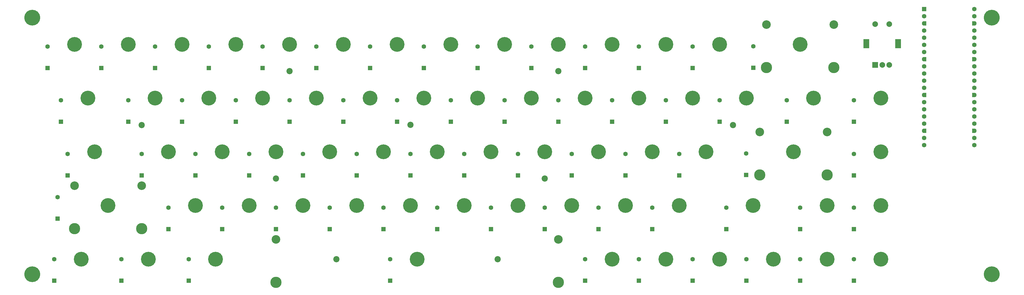
<source format=gbr>
%TF.GenerationSoftware,KiCad,Pcbnew,9.0.2*%
%TF.CreationDate,2025-07-27T20:58:08-05:00*%
%TF.ProjectId,modern-keyboard,6d6f6465-726e-42d6-9b65-79626f617264,rev?*%
%TF.SameCoordinates,Original*%
%TF.FileFunction,Soldermask,Top*%
%TF.FilePolarity,Negative*%
%FSLAX46Y46*%
G04 Gerber Fmt 4.6, Leading zero omitted, Abs format (unit mm)*
G04 Created by KiCad (PCBNEW 9.0.2) date 2025-07-27 20:58:08*
%MOMM*%
%LPD*%
G01*
G04 APERTURE LIST*
G04 Aperture macros list*
%AMRoundRect*
0 Rectangle with rounded corners*
0 $1 Rounding radius*
0 $2 $3 $4 $5 $6 $7 $8 $9 X,Y pos of 4 corners*
0 Add a 4 corners polygon primitive as box body*
4,1,4,$2,$3,$4,$5,$6,$7,$8,$9,$2,$3,0*
0 Add four circle primitives for the rounded corners*
1,1,$1+$1,$2,$3*
1,1,$1+$1,$4,$5*
1,1,$1+$1,$6,$7*
1,1,$1+$1,$8,$9*
0 Add four rect primitives between the rounded corners*
20,1,$1+$1,$2,$3,$4,$5,0*
20,1,$1+$1,$4,$5,$6,$7,0*
20,1,$1+$1,$6,$7,$8,$9,0*
20,1,$1+$1,$8,$9,$2,$3,0*%
%AMFreePoly0*
4,1,37,0.603843,0.796157,0.639018,0.796157,0.711114,0.766294,0.766294,0.711114,0.796157,0.639018,0.796157,0.603843,0.800000,0.600000,0.800000,-0.600000,0.796157,-0.603843,0.796157,-0.639018,0.766294,-0.711114,0.711114,-0.766294,0.639018,-0.796157,0.603843,-0.796157,0.600000,-0.800000,0.000000,-0.800000,0.000000,-0.796148,-0.078414,-0.796148,-0.232228,-0.765552,-0.377117,-0.705537,
-0.507515,-0.618408,-0.618408,-0.507515,-0.705537,-0.377117,-0.765552,-0.232228,-0.796148,-0.078414,-0.796148,0.078414,-0.765552,0.232228,-0.705537,0.377117,-0.618408,0.507515,-0.507515,0.618408,-0.377117,0.705537,-0.232228,0.765552,-0.078414,0.796148,0.000000,0.796148,0.000000,0.800000,0.600000,0.800000,0.603843,0.796157,0.603843,0.796157,$1*%
%AMFreePoly1*
4,1,37,0.000000,0.796148,0.078414,0.796148,0.232228,0.765552,0.377117,0.705537,0.507515,0.618408,0.618408,0.507515,0.705537,0.377117,0.765552,0.232228,0.796148,0.078414,0.796148,-0.078414,0.765552,-0.232228,0.705537,-0.377117,0.618408,-0.507515,0.507515,-0.618408,0.377117,-0.705537,0.232228,-0.765552,0.078414,-0.796148,0.000000,-0.796148,0.000000,-0.800000,-0.600000,-0.800000,
-0.603843,-0.796157,-0.639018,-0.796157,-0.711114,-0.766294,-0.766294,-0.711114,-0.796157,-0.639018,-0.796157,-0.603843,-0.800000,-0.600000,-0.800000,0.600000,-0.796157,0.603843,-0.796157,0.639018,-0.766294,0.711114,-0.711114,0.766294,-0.639018,0.796157,-0.603843,0.796157,-0.600000,0.800000,0.000000,0.800000,0.000000,0.796148,0.000000,0.796148,$1*%
G04 Aperture macros list end*
%ADD10C,3.048000*%
%ADD11C,3.987800*%
%ADD12C,2.200000*%
%ADD13C,3.600000*%
%ADD14C,5.600000*%
%ADD15R,2.000000X2.000000*%
%ADD16C,2.000000*%
%ADD17R,2.000000X3.200000*%
%ADD18RoundRect,0.200000X-0.600000X-0.600000X0.600000X-0.600000X0.600000X0.600000X-0.600000X0.600000X0*%
%ADD19C,1.600000*%
%ADD20FreePoly0,0.000000*%
%ADD21FreePoly1,0.000000*%
%ADD22RoundRect,0.250000X0.550000X-0.550000X0.550000X0.550000X-0.550000X0.550000X-0.550000X-0.550000X0*%
%ADD23C,5.250000*%
G04 APERTURE END LIST*
D10*
%TO.C,REF\u002A\u002A*%
X192380000Y-309658750D03*
D11*
X192380000Y-324898750D03*
D10*
X292392500Y-309658750D03*
D11*
X292392500Y-324898750D03*
%TD*%
D12*
%TO.C,REF\u002A\u002A*%
X240005000Y-269018750D03*
%TD*%
D13*
%TO.C,REF\u002A\u002A*%
X106000000Y-231000000D03*
D14*
X106000000Y-231000000D03*
%TD*%
D12*
%TO.C,REF\u002A\u002A*%
X192380000Y-288068750D03*
%TD*%
D15*
%TO.C,SW83*%
X404693750Y-247756250D03*
D16*
X409693750Y-247756250D03*
X407193750Y-247756250D03*
D17*
X401593750Y-240256250D03*
X412793750Y-240256250D03*
D16*
X409693750Y-233256250D03*
X404693750Y-233256250D03*
%TD*%
D12*
%TO.C,REF\u002A\u002A*%
X213811250Y-316643750D03*
%TD*%
%TO.C,REF\u002A\u002A*%
X287630000Y-288068750D03*
%TD*%
%TO.C,REF\u002A\u002A*%
X270961250Y-316643750D03*
%TD*%
D18*
%TO.C,A1*%
X422070000Y-227982500D03*
D19*
X422070000Y-230522500D03*
D20*
X422070000Y-233062500D03*
D19*
X422070000Y-235602500D03*
X422070000Y-238142500D03*
X422070000Y-240682500D03*
X422070000Y-243222500D03*
D20*
X422070000Y-245762500D03*
D19*
X422070000Y-248302500D03*
X422070000Y-250842500D03*
X422070000Y-253382500D03*
X422070000Y-255922500D03*
D20*
X422070000Y-258462500D03*
D19*
X422070000Y-261002500D03*
X422070000Y-263542500D03*
X422070000Y-266082500D03*
X422070000Y-268622500D03*
D20*
X422070000Y-271162500D03*
D19*
X422070000Y-273702500D03*
X422070000Y-276242500D03*
X439850000Y-276242500D03*
X439850000Y-273702500D03*
D21*
X439850000Y-271162500D03*
D19*
X439850000Y-268622500D03*
X439850000Y-266082500D03*
X439850000Y-263542500D03*
X439850000Y-261002500D03*
D21*
X439850000Y-258462500D03*
D19*
X439850000Y-255922500D03*
X439850000Y-253382500D03*
X439850000Y-250842500D03*
X439850000Y-248302500D03*
D21*
X439850000Y-245762500D03*
D19*
X439850000Y-243222500D03*
X439850000Y-240682500D03*
X439850000Y-238142500D03*
X439850000Y-235602500D03*
D21*
X439850000Y-233062500D03*
D19*
X439850000Y-230522500D03*
X439850000Y-227982500D03*
%TD*%
D12*
%TO.C,REF\u002A\u002A*%
X354305000Y-269081250D03*
%TD*%
D13*
%TO.C,REF\u002A\u002A*%
X446000000Y-231000000D03*
D14*
X446000000Y-231000000D03*
%TD*%
D10*
%TO.C,REF\u002A\u002A*%
X366211250Y-233458750D03*
D11*
X366211250Y-248698750D03*
D10*
X390023750Y-233458750D03*
D11*
X390023750Y-248698750D03*
%TD*%
D10*
%TO.C,REF\u002A\u002A*%
X363830000Y-271558750D03*
D11*
X363830000Y-286798750D03*
D10*
X387642500Y-271558750D03*
D11*
X387642500Y-286798750D03*
%TD*%
D13*
%TO.C,REF\u002A\u002A*%
X446000000Y-322000000D03*
D14*
X446000000Y-322000000D03*
%TD*%
D12*
%TO.C,REF\u002A\u002A*%
X292392500Y-249968750D03*
%TD*%
D13*
%TO.C,REF\u002A\u002A*%
X106000000Y-322000000D03*
D14*
X106000000Y-322000000D03*
%TD*%
D12*
%TO.C,REF\u002A\u002A*%
X197142500Y-249968750D03*
%TD*%
D10*
%TO.C,REF\u002A\u002A*%
X120942500Y-290608750D03*
D11*
X120942500Y-305848750D03*
D10*
X144755000Y-290608750D03*
D11*
X144755000Y-305848750D03*
%TD*%
D12*
%TO.C,REF\u002A\u002A*%
X144755000Y-269081250D03*
%TD*%
D22*
%TO.C,D27*%
X349542500Y-267900000D03*
D19*
X349542500Y-260280000D03*
%TD*%
D23*
%TO.C,SW36*%
X249530000Y-278543750D03*
%TD*%
%TO.C,SW6*%
X216192500Y-240443750D03*
%TD*%
%TO.C,SW42*%
X375736250Y-278543750D03*
%TD*%
D22*
%TO.C,D5*%
X187617500Y-248850000D03*
D19*
X187617500Y-241230000D03*
%TD*%
D22*
%TO.C,D62*%
X301917500Y-324326250D03*
D19*
X301917500Y-316706250D03*
%TD*%
D22*
%TO.C,D36*%
X240005000Y-286950000D03*
D19*
X240005000Y-279330000D03*
%TD*%
D23*
%TO.C,SW45*%
X163805000Y-297593750D03*
%TD*%
%TO.C,SW47*%
X201905000Y-297593750D03*
%TD*%
%TO.C,SW39*%
X306680000Y-278543750D03*
%TD*%
D22*
%TO.C,D25*%
X311442500Y-267900000D03*
D19*
X311442500Y-260280000D03*
%TD*%
D23*
%TO.C,SW63*%
X330492500Y-316643750D03*
%TD*%
%TO.C,SW24*%
X301917500Y-259493750D03*
%TD*%
D22*
%TO.C,D9*%
X263817500Y-248850000D03*
D19*
X263817500Y-241230000D03*
%TD*%
D23*
%TO.C,SW48*%
X220955000Y-297593750D03*
%TD*%
D22*
%TO.C,D28*%
X373355000Y-267900000D03*
D19*
X373355000Y-260280000D03*
%TD*%
D22*
%TO.C,D3*%
X149517500Y-248850000D03*
D19*
X149517500Y-241230000D03*
%TD*%
D22*
%TO.C,D18*%
X178092500Y-267900000D03*
D19*
X178092500Y-260280000D03*
%TD*%
D23*
%TO.C,SW31*%
X154280000Y-278543750D03*
%TD*%
%TO.C,SW28*%
X382880000Y-259493750D03*
%TD*%
%TO.C,SW43*%
X406692500Y-278543750D03*
%TD*%
%TO.C,SW54*%
X335255000Y-297593750D03*
%TD*%
%TO.C,SW50*%
X259055000Y-297593750D03*
%TD*%
D22*
%TO.C,D56*%
X378117500Y-306000000D03*
D19*
X378117500Y-298380000D03*
%TD*%
D23*
%TO.C,SW59*%
X147136250Y-316643750D03*
%TD*%
%TO.C,SW3*%
X159042500Y-240443750D03*
%TD*%
D22*
%TO.C,D51*%
X268580000Y-306000000D03*
D19*
X268580000Y-298380000D03*
%TD*%
D22*
%TO.C,D30*%
X118561250Y-286950000D03*
D19*
X118561250Y-279330000D03*
%TD*%
D22*
%TO.C,D17*%
X159042500Y-267900000D03*
D19*
X159042500Y-260280000D03*
%TD*%
D23*
%TO.C,SW55*%
X361448750Y-297593750D03*
%TD*%
D22*
%TO.C,D55*%
X351923750Y-306000000D03*
D19*
X351923750Y-298380000D03*
%TD*%
D23*
%TO.C,SW9*%
X273342500Y-240443750D03*
%TD*%
%TO.C,SW65*%
X368592500Y-316643750D03*
%TD*%
D22*
%TO.C,D34*%
X201905000Y-286950000D03*
D19*
X201905000Y-279330000D03*
%TD*%
D23*
%TO.C,SW64*%
X349542500Y-316643750D03*
%TD*%
%TO.C,SW7*%
X235242500Y-240443750D03*
%TD*%
%TO.C,SW33*%
X192380000Y-278543750D03*
%TD*%
D22*
%TO.C,D33*%
X182855000Y-286950000D03*
D19*
X182855000Y-279330000D03*
%TD*%
D22*
%TO.C,D40*%
X316205000Y-286950000D03*
D19*
X316205000Y-279330000D03*
%TD*%
D22*
%TO.C,D42*%
X359000000Y-286810000D03*
D19*
X359000000Y-279190000D03*
%TD*%
D22*
%TO.C,D4*%
X168567500Y-248850000D03*
D19*
X168567500Y-241230000D03*
%TD*%
D23*
%TO.C,SW30*%
X128086250Y-278543750D03*
%TD*%
%TO.C,SW18*%
X187617500Y-259493750D03*
%TD*%
D22*
%TO.C,D49*%
X230480000Y-306000000D03*
D19*
X230480000Y-298380000D03*
%TD*%
D22*
%TO.C,D67*%
X397167500Y-324326250D03*
D19*
X397167500Y-316706250D03*
%TD*%
D23*
%TO.C,SW29*%
X406692500Y-259493750D03*
%TD*%
%TO.C,SW12*%
X330492500Y-240443750D03*
%TD*%
D22*
%TO.C,D43*%
X397167500Y-286950000D03*
D19*
X397167500Y-279330000D03*
%TD*%
D23*
%TO.C,SW41*%
X344780000Y-278543750D03*
%TD*%
%TO.C,SW19*%
X206667500Y-259493750D03*
%TD*%
D22*
%TO.C,D52*%
X287630000Y-306000000D03*
D19*
X287630000Y-298380000D03*
%TD*%
D23*
%TO.C,SW10*%
X292392500Y-240443750D03*
%TD*%
%TO.C,SW51*%
X278105000Y-297593750D03*
%TD*%
D22*
%TO.C,D8*%
X244767500Y-248850000D03*
D19*
X244767500Y-241230000D03*
%TD*%
D22*
%TO.C,D45*%
X154280000Y-306000000D03*
D19*
X154280000Y-298380000D03*
%TD*%
D22*
%TO.C,D65*%
X359067500Y-324326250D03*
D19*
X359067500Y-316706250D03*
%TD*%
D22*
%TO.C,D10*%
X282867500Y-248850000D03*
D19*
X282867500Y-241230000D03*
%TD*%
D22*
%TO.C,D41*%
X335255000Y-286950000D03*
D19*
X335255000Y-279330000D03*
%TD*%
D22*
%TO.C,D61*%
X232861250Y-324326250D03*
D19*
X232861250Y-316706250D03*
%TD*%
D22*
%TO.C,D31*%
X144755000Y-286950000D03*
D19*
X144755000Y-279330000D03*
%TD*%
D22*
%TO.C,D48*%
X211430000Y-306000000D03*
D19*
X211430000Y-298380000D03*
%TD*%
D23*
%TO.C,SW5*%
X197142500Y-240443750D03*
%TD*%
D22*
%TO.C,D20*%
X216192500Y-267900000D03*
D19*
X216192500Y-260280000D03*
%TD*%
D23*
%TO.C,SW67*%
X406692500Y-316643750D03*
%TD*%
%TO.C,SW53*%
X316205000Y-297593750D03*
%TD*%
D22*
%TO.C,D35*%
X220955000Y-286950000D03*
D19*
X220955000Y-279330000D03*
%TD*%
D23*
%TO.C,SW34*%
X211430000Y-278543750D03*
%TD*%
%TO.C,SW46*%
X182855000Y-297593750D03*
%TD*%
D22*
%TO.C,D53*%
X306680000Y-306000000D03*
D19*
X306680000Y-298380000D03*
%TD*%
D23*
%TO.C,SW57*%
X406692500Y-297593750D03*
%TD*%
%TO.C,SW66*%
X387642500Y-316643750D03*
%TD*%
%TO.C,SW32*%
X173330000Y-278543750D03*
%TD*%
D22*
%TO.C,D47*%
X192380000Y-306000000D03*
D19*
X192380000Y-298380000D03*
%TD*%
D22*
%TO.C,D50*%
X249530000Y-306000000D03*
D19*
X249530000Y-298380000D03*
%TD*%
D23*
%TO.C,SW8*%
X254292500Y-240443750D03*
%TD*%
%TO.C,SW38*%
X287630000Y-278543750D03*
%TD*%
%TO.C,SW26*%
X340017500Y-259493750D03*
%TD*%
%TO.C,SW62*%
X311442500Y-316643750D03*
%TD*%
%TO.C,SW52*%
X297155000Y-297593750D03*
%TD*%
D22*
%TO.C,D7*%
X225717500Y-248850000D03*
D19*
X225717500Y-241230000D03*
%TD*%
D22*
%TO.C,D14*%
X361500000Y-248810000D03*
D19*
X361500000Y-241190000D03*
%TD*%
D22*
%TO.C,D38*%
X278105000Y-286950000D03*
D19*
X278105000Y-279330000D03*
%TD*%
D22*
%TO.C,D59*%
X137611250Y-324326250D03*
D19*
X137611250Y-316706250D03*
%TD*%
D23*
%TO.C,SW44*%
X132848750Y-297593750D03*
%TD*%
%TO.C,SW25*%
X320967500Y-259493750D03*
%TD*%
D22*
%TO.C,D66*%
X378117500Y-324326250D03*
D19*
X378117500Y-316706250D03*
%TD*%
D22*
%TO.C,D23*%
X273342500Y-267900000D03*
D19*
X273342500Y-260280000D03*
%TD*%
D22*
%TO.C,D12*%
X320967500Y-248850000D03*
D19*
X320967500Y-241230000D03*
%TD*%
D23*
%TO.C,SW15*%
X125705000Y-259493750D03*
%TD*%
%TO.C,SW35*%
X230480000Y-278543750D03*
%TD*%
%TO.C,SW20*%
X225717500Y-259493750D03*
%TD*%
D22*
%TO.C,D60*%
X161423750Y-324326250D03*
D19*
X161423750Y-316706250D03*
%TD*%
D23*
%TO.C,SW61*%
X242386250Y-316643750D03*
%TD*%
D22*
%TO.C,D11*%
X301917500Y-248850000D03*
D19*
X301917500Y-241230000D03*
%TD*%
D23*
%TO.C,SW27*%
X359067500Y-259493750D03*
%TD*%
%TO.C,SW22*%
X263817500Y-259493750D03*
%TD*%
D22*
%TO.C,D57*%
X397167500Y-306000000D03*
D19*
X397167500Y-298380000D03*
%TD*%
D22*
%TO.C,D2*%
X130467500Y-248850000D03*
D19*
X130467500Y-241230000D03*
%TD*%
D23*
%TO.C,SW16*%
X149517500Y-259493750D03*
%TD*%
%TO.C,SW2*%
X139992500Y-240443750D03*
%TD*%
%TO.C,SW49*%
X240005000Y-297593750D03*
%TD*%
%TO.C,SW40*%
X325730000Y-278543750D03*
%TD*%
D22*
%TO.C,D39*%
X297155000Y-286950000D03*
D19*
X297155000Y-279330000D03*
%TD*%
D23*
%TO.C,SW4*%
X178092500Y-240443750D03*
%TD*%
D22*
%TO.C,D22*%
X254292500Y-267900000D03*
D19*
X254292500Y-260280000D03*
%TD*%
D22*
%TO.C,D6*%
X206667500Y-248850000D03*
D19*
X206667500Y-241230000D03*
%TD*%
D22*
%TO.C,D13*%
X340017500Y-248850000D03*
D19*
X340017500Y-241230000D03*
%TD*%
D22*
%TO.C,D63*%
X320967500Y-324326250D03*
D19*
X320967500Y-316706250D03*
%TD*%
D23*
%TO.C,SW14*%
X378117500Y-240443750D03*
%TD*%
D22*
%TO.C,D58*%
X113798750Y-324326250D03*
D19*
X113798750Y-316706250D03*
%TD*%
D23*
%TO.C,SW1*%
X120942500Y-240443750D03*
%TD*%
%TO.C,SW17*%
X168567500Y-259493750D03*
%TD*%
D22*
%TO.C,D1*%
X111417500Y-248850000D03*
D19*
X111417500Y-241230000D03*
%TD*%
D23*
%TO.C,SW13*%
X349542500Y-240443750D03*
%TD*%
D22*
%TO.C,D16*%
X139992500Y-267900000D03*
D19*
X139992500Y-260280000D03*
%TD*%
D23*
%TO.C,SW21*%
X244767500Y-259493750D03*
%TD*%
D22*
%TO.C,D37*%
X259055000Y-286950000D03*
D19*
X259055000Y-279330000D03*
%TD*%
D23*
%TO.C,SW56*%
X387642500Y-297593750D03*
%TD*%
D22*
%TO.C,D29*%
X397167500Y-267900000D03*
D19*
X397167500Y-260280000D03*
%TD*%
D22*
%TO.C,D21*%
X235242500Y-267900000D03*
D19*
X235242500Y-260280000D03*
%TD*%
D23*
%TO.C,SW60*%
X170948750Y-316643750D03*
%TD*%
D22*
%TO.C,D54*%
X325730000Y-306000000D03*
D19*
X325730000Y-298380000D03*
%TD*%
D23*
%TO.C,SW37*%
X268580000Y-278543750D03*
%TD*%
%TO.C,SW11*%
X311442500Y-240443750D03*
%TD*%
D22*
%TO.C,D24*%
X292392500Y-267900000D03*
D19*
X292392500Y-260280000D03*
%TD*%
D22*
%TO.C,D32*%
X163805000Y-286950000D03*
D19*
X163805000Y-279330000D03*
%TD*%
D23*
%TO.C,SW23*%
X282867500Y-259493750D03*
%TD*%
D22*
%TO.C,D64*%
X340017500Y-324326250D03*
D19*
X340017500Y-316706250D03*
%TD*%
D22*
%TO.C,D46*%
X173330000Y-306000000D03*
D19*
X173330000Y-298380000D03*
%TD*%
D23*
%TO.C,SW58*%
X123323750Y-316643750D03*
%TD*%
D22*
%TO.C,D44*%
X115000000Y-302310000D03*
D19*
X115000000Y-294690000D03*
%TD*%
D22*
%TO.C,D26*%
X330492500Y-267900000D03*
D19*
X330492500Y-260280000D03*
%TD*%
D22*
%TO.C,D19*%
X197142500Y-267900000D03*
D19*
X197142500Y-260280000D03*
%TD*%
D22*
%TO.C,D15*%
X116180000Y-267900000D03*
D19*
X116180000Y-260280000D03*
%TD*%
M02*

</source>
